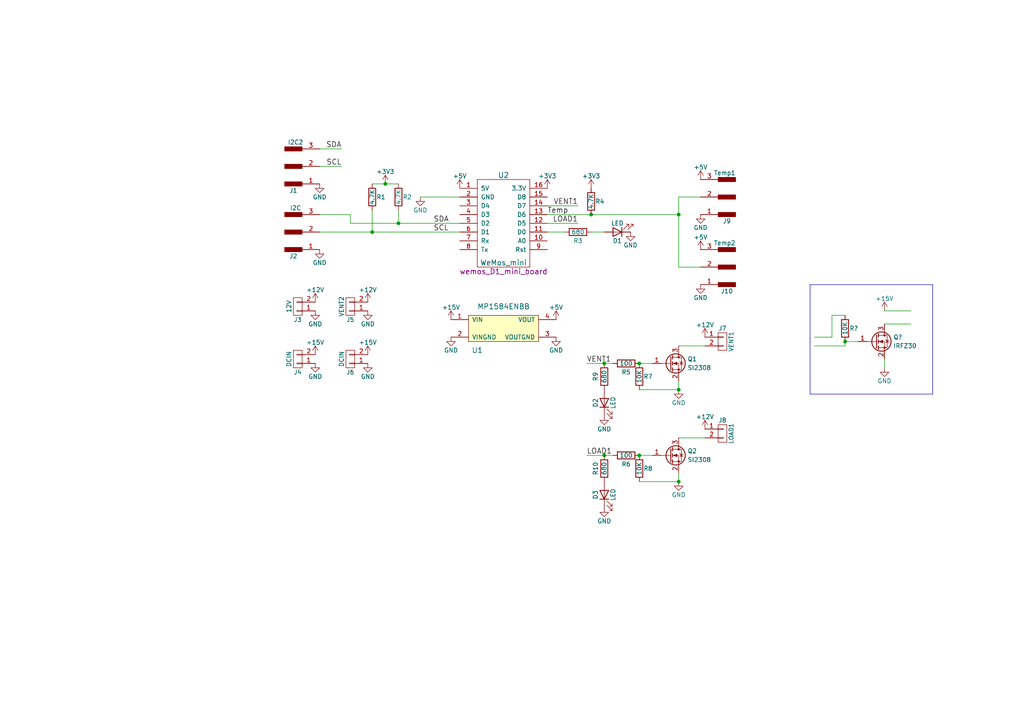
<source format=kicad_sch>
(kicad_sch (version 20230121) (generator eeschema)
  (paper "A4")
  (lib_symbols
    (symbol "ChillerControl-rescue:+3.3V-power" (power) (pin_names (offset 0))
      (property "Value" "+3.3V-power" (at 0 3.556 0))
      (symbol "+3.3V-power_0_1"
        (polyline (pts (xy -0.762 1.27) (xy 0 2.54)))
        (polyline (pts (xy 0 0) (xy 0 2.54)))
        (polyline (pts (xy 0 2.54) (xy 0.762 1.27)))
      )
      (symbol "+3.3V-power_1_1"
        (pin power_in line (at 0 0 90) (length 0) hide (name "+3V3") (number "1"))
      )
    )
    (symbol "ChillerControl-rescue:CONN_01X02" (pin_names (offset 1.016) hide)
      (property "Reference" "J" (at 0 3.81 0))
      (property "Value" "CONN_01X02" (at 2.54 0 90))
      (symbol "CONN_01X02_0_1"
        (rectangle (start -1.27 -1.143) (end 0.254 -1.397))
        (rectangle (start -1.27 1.397) (end 0.254 1.143))
        (rectangle (start -1.27 2.54) (end 1.27 -2.54))
      )
      (symbol "CONN_01X02_1_1"
        (pin passive line (at -5.08 1.27 0) (length 3.81) (name "P1") (number "1"))
        (pin passive line (at -5.08 -1.27 0) (length 3.81) (name "P2") (number "2"))
      )
    )
    (symbol "ChillerControl-rescue:CONN_01X03_MALE" (pin_names (offset 1.016) hide)
      (property "Reference" "J" (at 0 6.985 0))
      (property "Value" "CONN_01X03_MALE" (at 0.635 -6.985 0))
      (symbol "CONN_01X03_MALE_0_1"
        (rectangle (start -2.54 0.635) (end 2.54 -0.635) (fill (type outline)))
        (rectangle (start -2.54 5.715) (end -2.54 5.715))
        (rectangle (start 2.54 -4.445) (end -2.54 -5.715) (fill (type outline)))
        (rectangle (start 2.54 5.715) (end -2.54 4.445) (fill (type outline)))
      )
      (symbol "CONN_01X03_MALE_1_1"
        (pin passive line (at 7.62 5.08 180) (length 5.08) (name "1") (number "1"))
        (pin passive line (at 7.62 0 180) (length 5.08) (name "2") (number "2"))
        (pin passive line (at 7.62 -5.08 180) (length 5.08) (name "3") (number "3"))
      )
    )
    (symbol "ChillerControl-rescue:MP1584ENBB-KiCadCustomLibraries" (pin_names (offset 1.016))
      (property "Reference" "U" (at 0 0 0))
      (property "Value" "KiCadCustomLibraries:MP1584ENBB" (at 7.62 12.7 0))
      (symbol "MP1584ENBB-KiCadCustomLibraries_0_1"
        (rectangle (start -2.54 10.16) (end 17.78 2.54) (fill (type background)))
      )
      (symbol "MP1584ENBB-KiCadCustomLibraries_1_1"
        (pin power_in line (at -7.62 8.89 0) (length 5.08) (name "VIN") (number "1"))
        (pin power_in line (at -7.62 3.81 0) (length 5.08) (name "VINGND") (number "2"))
        (pin power_in line (at 22.86 3.81 180) (length 5.08) (name "VOUTGND") (number "3"))
        (pin power_in line (at 22.86 8.89 180) (length 5.08) (name "VOUT") (number "4"))
      )
    )
    (symbol "ChillerControl-rescue:WeMos_mini-KiCadCustomLibraries" (pin_names (offset 1.016))
      (property "Reference" "U" (at 0 12.7 0))
      (property "Value" "KiCadCustomLibraries:WeMos_mini" (at 0 -12.7 0))
      (symbol "WeMos_mini-KiCadCustomLibraries_0_1"
        (rectangle (start -7.62 11.43) (end 7.62 -13.97))
      )
      (symbol "WeMos_mini-KiCadCustomLibraries_1_1"
        (pin power_in line (at -12.7 8.89 0) (length 5.08) (name "5V") (number "1"))
        (pin bidirectional line (at 12.7 -6.35 180) (length 5.08) (name "A0") (number "10"))
        (pin bidirectional line (at 12.7 -3.81 180) (length 5.08) (name "D0") (number "11"))
        (pin bidirectional line (at 12.7 -1.27 180) (length 5.08) (name "D5") (number "12"))
        (pin bidirectional line (at 12.7 1.27 180) (length 5.08) (name "D6") (number "13"))
        (pin bidirectional line (at 12.7 3.81 180) (length 5.08) (name "D7") (number "14"))
        (pin bidirectional line (at 12.7 6.35 180) (length 5.08) (name "D8") (number "15"))
        (pin power_out line (at 12.7 8.89 180) (length 5.08) (name "3.3V") (number "16"))
        (pin power_in line (at -12.7 6.35 0) (length 5.08) (name "GND") (number "2"))
        (pin bidirectional line (at -12.7 3.81 0) (length 5.08) (name "D4") (number "3"))
        (pin bidirectional line (at -12.7 1.27 0) (length 5.08) (name "D3") (number "4"))
        (pin bidirectional line (at -12.7 -1.27 0) (length 5.08) (name "D2") (number "5"))
        (pin bidirectional line (at -12.7 -3.81 0) (length 5.08) (name "D1") (number "6"))
        (pin bidirectional line (at -12.7 -6.35 0) (length 5.08) (name "Rx") (number "7"))
        (pin bidirectional line (at -12.7 -8.89 0) (length 5.08) (name "Tx") (number "8"))
        (pin bidirectional line (at 12.7 -8.89 180) (length 5.08) (name "Rst") (number "9"))
      )
    )
    (symbol "Device:LED" (pin_numbers hide) (pin_names (offset 1.016) hide)
      (property "Reference" "D" (at 0 2.54 0))
      (property "Value" "LED" (at 0 -2.54 0))
      (symbol "LED_0_1"
        (polyline (pts (xy -1.27 -1.27) (xy -1.27 1.27)) (stroke (width 0.254)))
        (polyline (pts (xy -1.27 0) (xy 1.27 0)))
        (polyline (pts (xy 1.27 -1.27) (xy 1.27 1.27) (xy -1.27 0) (xy 1.27 -1.27)) (stroke (width 0.254)))
        (polyline (pts (xy -3.048 -0.762) (xy -4.572 -2.286) (xy -3.81 -2.286) (xy -4.572 -2.286) (xy -4.572 -1.524)))
        (polyline (pts (xy -1.778 -0.762) (xy -3.302 -2.286) (xy -2.54 -2.286) (xy -3.302 -2.286) (xy -3.302 -1.524)))
      )
      (symbol "LED_1_1"
        (pin passive line (at -3.81 0 0) (length 2.54) (name "K") (number "1"))
        (pin passive line (at 3.81 0 180) (length 2.54) (name "A") (number "2"))
      )
    )
    (symbol "Device:Q_NMOS_GSD" (pin_names (offset 0) hide)
      (property "Reference" "Q" (at 5.08 1.27 0))
      (property "Value" "Q_NMOS_GSD" (at 5.08 -1.27 0))
      (symbol "Q_NMOS_GSD_0_1"
        (polyline (pts (xy 0.254 0) (xy -2.54 0)))
        (polyline (pts (xy 0.254 1.905) (xy 0.254 -1.905)) (stroke (width 0.254)))
        (polyline (pts (xy 0.762 -1.27) (xy 0.762 -2.286)) (stroke (width 0.254)))
        (polyline (pts (xy 0.762 0.508) (xy 0.762 -0.508)) (stroke (width 0.254)))
        (polyline (pts (xy 0.762 2.286) (xy 0.762 1.27)) (stroke (width 0.254)))
        (polyline (pts (xy 2.54 2.54) (xy 2.54 1.778)))
        (polyline (pts (xy 2.54 -2.54) (xy 2.54 0) (xy 0.762 0)))
        (polyline (pts (xy 0.762 -1.778) (xy 3.302 -1.778) (xy 3.302 1.778) (xy 0.762 1.778)))
        (polyline (pts (xy 1.016 0) (xy 2.032 0.381) (xy 2.032 -0.381) (xy 1.016 0)) (fill (type outline)))
        (polyline (pts (xy 2.794 0.508) (xy 2.921 0.381) (xy 3.683 0.381) (xy 3.81 0.254)))
        (polyline (pts (xy 3.302 0.381) (xy 2.921 -0.254) (xy 3.683 -0.254) (xy 3.302 0.381)))
        (circle (center 1.651 0) (radius 2.794) (stroke (width 0.254)))
        (circle (center 2.54 -1.778) (radius 0.254) (fill (type outline)))
        (circle (center 2.54 1.778) (radius 0.254) (fill (type outline)))
      )
      (symbol "Q_NMOS_GSD_1_1"
        (pin input line (at -5.08 0 0) (length 2.54) (name "G") (number "1"))
        (pin passive line (at 2.54 -5.08 90) (length 2.54) (name "S") (number "2"))
        (pin passive line (at 2.54 5.08 270) (length 2.54) (name "D") (number "3"))
      )
    )
    (symbol "Device:R" (pin_numbers hide) (pin_names (offset 0))
      (property "Reference" "R" (at 2.032 0 90))
      (property "Value" "R" (at 0 0 90))
      (symbol "R_0_1"
        (rectangle (start -1.016 -2.54) (end 1.016 2.54) (stroke (width 0.254)))
      )
      (symbol "R_1_1"
        (pin passive line (at 0 3.81 270) (length 1.27) (name "~") (number "1"))
        (pin passive line (at 0 -3.81 90) (length 1.27) (name "~") (number "2"))
      )
    )
    (symbol "power:+12V" (power) (pin_names (offset 0))
      (property "Value" "+12V" (at 0 3.556 0))
      (symbol "+12V_0_1"
        (polyline (pts (xy -0.762 1.27) (xy 0 2.54)))
        (polyline (pts (xy 0 0) (xy 0 2.54)))
        (polyline (pts (xy 0 2.54) (xy 0.762 1.27)))
      )
      (symbol "+12V_1_1"
        (pin power_in line (at 0 0 90) (length 0) hide (name "+12V") (number "1"))
      )
    )
    (symbol "power:+15V" (power) (pin_names (offset 0))
      (property "Value" "+15V" (at 0 3.556 0))
      (symbol "+15V_0_1"
        (polyline (pts (xy -0.762 1.27) (xy 0 2.54)))
        (polyline (pts (xy 0 0) (xy 0 2.54)))
        (polyline (pts (xy 0 2.54) (xy 0.762 1.27)))
      )
      (symbol "+15V_1_1"
        (pin power_in line (at 0 0 90) (length 0) hide (name "+15V") (number "1"))
      )
    )
    (symbol "power:+5V" (power) (pin_names (offset 0))
      (property "Value" "+5V" (at 0 3.556 0))
      (symbol "+5V_0_1"
        (polyline (pts (xy -0.762 1.27) (xy 0 2.54)))
        (polyline (pts (xy 0 0) (xy 0 2.54)))
        (polyline (pts (xy 0 2.54) (xy 0.762 1.27)))
      )
      (symbol "+5V_1_1"
        (pin power_in line (at 0 0 90) (length 0) hide (name "+5V") (number "1"))
      )
    )
    (symbol "power:GND" (power) (pin_names (offset 0))
      (property "Value" "GND" (at 0 -3.81 0))
      (symbol "GND_0_1"
        (polyline (pts (xy 0 0) (xy 0 -1.27) (xy 1.27 -1.27) (xy 0 -2.54) (xy -1.27 -1.27) (xy 0 -1.27)))
      )
      (symbol "GND_1_1"
        (pin power_in line (at 0 0 270) (length 0) hide (name "GND") (number "1"))
      )
    )
  )
  (junction (at 245.11 99.06))
  (junction (at 196.85 62.23))
  (junction (at 185.42 132.08))
  (junction (at 175.26 132.08))
  (junction (at 185.42 105.41))
  (junction (at 196.85 139.7))
  (junction (at 107.95 67.31))
  (junction (at 175.26 105.41))
  (junction (at 111.76 53.34))
  (junction (at 171.45 62.23))
  (junction (at 196.85 113.03))
  (junction (at 115.57 64.77))
  (wire (pts (xy 92.71 62.23) (xy 101.6 62.23)))
  (wire (pts (xy 101.6 62.23) (xy 101.6 64.77)))
  (wire (pts (xy 196.85 62.23) (xy 196.85 77.47)))
  (wire (pts (xy 92.71 67.31) (xy 107.95 67.31)))
  (wire (pts (xy 196.85 139.7) (xy 196.85 137.16)))
  (wire (pts (xy 115.57 64.77) (xy 133.35 64.77)))
  (wire (pts (xy 245.11 91.44) (xy 241.3 91.44)))
  (wire (pts (xy 158.75 67.31) (xy 163.83 67.31)))
  (wire (pts (xy 158.75 64.77) (xy 167.64 64.77)))
  (wire (pts (xy 177.8 105.41) (xy 175.26 105.41)))
  (wire (pts (xy 196.85 57.15) (xy 196.85 62.23)))
  (polyline (pts (xy 234.95 114.3) (xy 270.51 114.3)))
  (wire (pts (xy 185.42 132.08) (xy 189.23 132.08)))
  (wire (pts (xy 196.85 127) (xy 204.47 127)))
  (polyline (pts (xy 270.51 82.55) (xy 234.95 82.55)))
  (wire (pts (xy 107.95 53.34) (xy 111.76 53.34)))
  (polyline (pts (xy 234.95 82.55) (xy 234.95 114.3)))
  (wire (pts (xy 245.11 99.06) (xy 248.92 99.06)))
  (wire (pts (xy 133.35 57.15) (xy 121.92 57.15)))
  (wire (pts (xy 107.95 67.31) (xy 133.35 67.31)))
  (wire (pts (xy 177.8 132.08) (xy 175.26 132.08)))
  (polyline (pts (xy 270.51 114.3) (xy 270.51 82.55)))
  (wire (pts (xy 92.71 48.26) (xy 99.06 48.26)))
  (wire (pts (xy 175.26 105.41) (xy 170.18 105.41)))
  (wire (pts (xy 101.6 64.77) (xy 115.57 64.77)))
  (wire (pts (xy 245.11 100.33) (xy 236.22 100.33)))
  (wire (pts (xy 185.42 113.03) (xy 196.85 113.03)))
  (wire (pts (xy 171.45 62.23) (xy 196.85 62.23)))
  (wire (pts (xy 256.54 104.14) (xy 256.54 106.68)))
  (wire (pts (xy 107.95 67.31) (xy 107.95 60.96)))
  (wire (pts (xy 256.54 90.17) (xy 264.16 90.17)))
  (wire (pts (xy 111.76 53.34) (xy 115.57 53.34)))
  (wire (pts (xy 241.3 97.79) (xy 236.22 97.79)))
  (wire (pts (xy 158.75 59.69) (xy 167.64 59.69)))
  (wire (pts (xy 158.75 62.23) (xy 171.45 62.23)))
  (wire (pts (xy 115.57 64.77) (xy 115.57 60.96)))
  (wire (pts (xy 171.45 67.31) (xy 175.26 67.31)))
  (wire (pts (xy 185.42 105.41) (xy 189.23 105.41)))
  (wire (pts (xy 196.85 57.15) (xy 203.2 57.15)))
  (wire (pts (xy 196.85 100.33) (xy 204.47 100.33)))
  (wire (pts (xy 245.11 99.06) (xy 245.11 100.33)))
  (wire (pts (xy 175.26 132.08) (xy 170.18 132.08)))
  (wire (pts (xy 92.71 43.18) (xy 99.06 43.18)))
  (wire (pts (xy 241.3 91.44) (xy 241.3 97.79)))
  (wire (pts (xy 256.54 93.98) (xy 264.16 93.98)))
  (wire (pts (xy 185.42 139.7) (xy 196.85 139.7)))
  (wire (pts (xy 196.85 77.47) (xy 203.2 77.47)))
  (wire (pts (xy 196.85 113.03) (xy 196.85 110.49)))
  (label "Temp" (at 158.75 62.23 0) (effects (font (size 1.524 1.524))))
  (label "LOAD1" (at 167.64 64.77 180) (effects (font (size 1.524 1.524))))
  (label "VENT1" (at 170.18 105.41 0) (effects (font (size 1.524 1.524))))
  (label "SDA" (at 125.73 64.77 0) (effects (font (size 1.524 1.524))))
  (label "SDA" (at 99.06 43.18 180) (effects (font (size 1.524 1.524))))
  (label "LOAD1" (at 170.18 132.08 0) (effects (font (size 1.524 1.524))))
  (label "VENT1" (at 167.64 59.69 180) (effects (font (size 1.524 1.524))))
  (label "SCL" (at 125.73 67.31 0) (effects (font (size 1.524 1.524))))
  (label "SCL" (at 99.06 48.26 180) (effects (font (size 1.524 1.524))))
  (symbol (lib_id "ChillerControl-rescue:WeMos_mini-KiCadCustomLibraries") (at 146.05 63.5 0) (unit 1)
    (property "Reference" "U2" (at 146.05 50.8 0) (effects (font (size 1.524 1.524))))
    (property "Value" "WeMos_mini" (at 146.05 76.2 0) (effects (font (size 1.524 1.524))))
    (property "Footprint" "wemos_D1_mini_board" (at 146.05 78.74 0) (effects (font (size 1.524 1.524))))
  )
  (symbol (lib_id "ChillerControl-rescue:MP1584ENBB-KiCadCustomLibraries") (at 138.43 101.6 0) (unit 1)
    (property "Reference" "U1" (at 138.43 101.6 0) (effects (font (size 1.524 1.524))))
    (property "Value" "MP1584ENBB" (at 146.05 88.9 0) (effects (font (size 1.524 1.524))))
    (property "Footprint" "KiCadCustomLibs:MP1584_buck_module" (effects hide))
  )
  (symbol (lib_id "Device:R") (at 107.95 57.15 0) (unit 1)
    (property "Reference" "R1" (at 110.49 57.15 0))
    (property "Value" "4.7K" (at 107.95 57.15 90))
    (property "Footprint" "Resistors_SMD:R_0603" (effects hide))
  )
  (symbol (lib_id "Device:R") (at 115.57 57.15 0) (unit 1)
    (property "Reference" "R2" (at 118.11 57.15 0))
    (property "Value" "4.7K" (at 115.57 57.15 90))
    (property "Footprint" "Resistors_SMD:R_0603" (effects hide))
  )
  (symbol (lib_id "ChillerControl-rescue:+3.3V-power") (at 158.75 54.61 0) (unit 1)
    (property "Reference" "#PWR16" (effects hide))
    (property "Value" "+3.3V" (at 158.75 51.054 0))
  )
  (symbol (lib_id "ChillerControl-rescue:+3.3V-power") (at 111.76 53.34 0) (unit 1)
    (property "Reference" "#PWR11" (effects hide))
    (property "Value" "+3.3V" (at 111.76 49.784 0))
  )
  (symbol (lib_id "power:+5V") (at 161.29 92.71 0) (unit 1)
    (property "Reference" "#PWR17" (effects hide))
    (property "Value" "+5V" (at 161.29 89.154 0))
  )
  (symbol (lib_id "power:+5V") (at 133.35 54.61 0) (unit 1)
    (property "Reference" "#PWR15" (effects hide))
    (property "Value" "+5V" (at 133.35 51.054 0))
  )
  (symbol (lib_id "power:GND") (at 161.29 97.79 0) (unit 1)
    (property "Reference" "#PWR18" (effects hide))
    (property "Value" "GND" (at 161.29 101.6 0))
  )
  (symbol (lib_id "power:GND") (at 130.81 97.79 0) (unit 1)
    (property "Reference" "#PWR14" (effects hide))
    (property "Value" "GND" (at 130.81 101.6 0))
  )
  (symbol (lib_id "power:GND") (at 121.92 57.15 0) (unit 1)
    (property "Reference" "#PWR12" (effects hide))
    (property "Value" "GND" (at 121.92 60.96 0))
  )
  (symbol (lib_id "power:+15V") (at 130.81 92.71 0) (unit 1)
    (property "Reference" "#PWR13" (effects hide))
    (property "Value" "+15V" (at 130.81 89.154 0))
  )
  (symbol (lib_id "Device:R") (at 171.45 58.42 0) (unit 1)
    (property "Reference" "R4" (at 173.99 58.42 0))
    (property "Value" "4.7K" (at 171.45 58.42 90))
    (property "Footprint" "Resistors_SMD:R_0603" (effects hide))
  )
  (symbol (lib_id "ChillerControl-rescue:+3.3V-power") (at 171.45 54.61 0) (unit 1)
    (property "Reference" "#PWR19" (effects hide))
    (property "Value" "+3.3V" (at 171.45 51.054 0))
  )
  (symbol (lib_id "ChillerControl-rescue:CONN_01X03_MALE") (at 210.82 57.15 180) (unit 1)
    (property "Reference" "J9" (at 210.82 64.135 0))
    (property "Value" "Temp1" (at 210.185 50.165 0))
    (property "Footprint" "Pin_Headers:Pin_Header_Straight_1x03_Pitch2.54mm" (effects hide))
  )
  (symbol (lib_id "ChillerControl-rescue:CONN_01X03_MALE") (at 210.82 77.47 180) (unit 1)
    (property "Reference" "J10" (at 210.82 84.455 0))
    (property "Value" "Temp2" (at 210.185 70.485 0))
    (property "Footprint" "Pin_Headers:Pin_Header_Straight_1x03_Pitch2.54mm" (effects hide))
  )
  (symbol (lib_id "ChillerControl-rescue:CONN_01X03_MALE") (at 85.09 67.31 0) (mirror x) (unit 1)
    (property "Reference" "J2" (at 85.09 74.295 0))
    (property "Value" "I2C" (at 85.725 60.325 0))
    (property "Footprint" "Pin_Headers:Pin_Header_Straight_1x03_Pitch2.54mm" (effects hide))
  )
  (symbol (lib_id "power:GND") (at 203.2 62.23 0) (unit 1)
    (property "Reference" "#PWR26" (effects hide))
    (property "Value" "GND" (at 203.2 66.04 0))
  )
  (symbol (lib_id "power:GND") (at 203.2 82.55 0) (unit 1)
    (property "Reference" "#PWR28" (effects hide))
    (property "Value" "GND" (at 203.2 86.36 0))
  )
  (symbol (lib_id "power:+5V") (at 203.2 52.07 0) (unit 1)
    (property "Reference" "#PWR25" (effects hide))
    (property "Value" "+5V" (at 203.2 48.514 0))
  )
  (symbol (lib_id "power:+5V") (at 203.2 72.39 0) (unit 1)
    (property "Reference" "#PWR27" (effects hide))
    (property "Value" "+5V" (at 203.2 68.834 0))
  )
  (symbol (lib_id "power:GND") (at 92.71 72.39 0) (unit 1)
    (property "Reference" "#PWR6" (effects hide))
    (property "Value" "GND" (at 92.71 76.2 0))
  )
  (symbol (lib_id "ChillerControl-rescue:CONN_01X02") (at 86.36 88.9 180) (unit 1)
    (property "Reference" "J3" (at 86.36 92.71 0))
    (property "Value" "12V" (at 83.82 88.9 90))
    (property "Footprint" "KiCadCustomLibs:Conn2pin_2.54mm" (effects hide))
  )
  (symbol (lib_id "power:GND") (at 91.44 90.17 0) (unit 1)
    (property "Reference" "#PWR2" (effects hide))
    (property "Value" "GND" (at 91.44 93.98 0))
  )
  (symbol (lib_id "power:+12V") (at 91.44 87.63 0) (unit 1)
    (property "Reference" "#PWR1" (effects hide))
    (property "Value" "+12V" (at 91.44 84.074 0))
  )
  (symbol (lib_id "Device:Q_NMOS_GSD") (at 194.31 105.41 0) (unit 1)
    (property "Reference" "Q1" (at 199.39 104.14 0) (effects (justify left)))
    (property "Value" "SI2308" (at 199.39 106.68 0) (effects (justify left)))
    (property "Footprint" "TO_SOT_Packages_SMD:SOT-23" (effects hide))
  )
  (symbol (lib_id "power:GND") (at 196.85 113.03 0) (unit 1)
    (property "Reference" "#PWR23" (effects hide))
    (property "Value" "GND" (at 196.85 116.84 0))
  )
  (symbol (lib_id "Device:R") (at 185.42 109.22 0) (unit 1)
    (property "Reference" "R7" (at 187.96 109.22 0))
    (property "Value" "10K" (at 185.42 109.22 90))
    (property "Footprint" "Resistors_SMD:R_0603" (effects hide))
  )
  (symbol (lib_id "ChillerControl-rescue:CONN_01X02") (at 209.55 99.06 0) (unit 1)
    (property "Reference" "J7" (at 209.55 95.25 0))
    (property "Value" "VENT1" (at 212.09 99.06 90))
    (property "Footprint" "KiCadCustomLibs:Conn2pin_2.54mm" (effects hide))
  )
  (symbol (lib_id "power:+12V") (at 204.47 97.79 0) (unit 1)
    (property "Reference" "#PWR29" (effects hide))
    (property "Value" "+12V" (at 204.47 94.234 0))
  )
  (symbol (lib_id "Device:Q_NMOS_GSD") (at 194.31 132.08 0) (unit 1)
    (property "Reference" "Q2" (at 199.39 130.81 0) (effects (justify left)))
    (property "Value" "SI2308" (at 199.39 133.35 0) (effects (justify left)))
    (property "Footprint" "TO_SOT_Packages_SMD:SOT-23" (effects hide))
  )
  (symbol (lib_id "power:GND") (at 196.85 139.7 0) (unit 1)
    (property "Reference" "#PWR24" (effects hide))
    (property "Value" "GND" (at 196.85 143.51 0))
  )
  (symbol (lib_id "Device:R") (at 185.42 135.89 0) (unit 1)
    (property "Reference" "R8" (at 187.96 135.89 0))
    (property "Value" "10K" (at 185.42 135.89 90))
    (property "Footprint" "Resistors_SMD:R_0603" (effects hide))
  )
  (symbol (lib_id "ChillerControl-rescue:CONN_01X02") (at 209.55 125.73 0) (unit 1)
    (property "Reference" "J8" (at 209.55 121.92 0))
    (property "Value" "LOAD1" (at 212.09 125.73 90))
    (property "Footprint" "KiCadCustomLibs:Conn2pin_2.54mm" (effects hide))
  )
  (symbol (lib_id "power:+12V") (at 204.47 124.46 0) (unit 1)
    (property "Reference" "#PWR30" (effects hide))
    (property "Value" "+12V" (at 204.47 120.904 0))
  )
  (symbol (lib_id "ChillerControl-rescue:CONN_01X02") (at 101.6 88.9 180) (unit 1)
    (property "Reference" "J5" (at 101.6 92.71 0))
    (property "Value" "VENT2" (at 99.06 88.9 90))
    (property "Footprint" "KiCadCustomLibs:Conn2pin_2.54mm" (effects hide))
  )
  (symbol (lib_id "power:+12V") (at 106.68 87.63 0) (unit 1)
    (property "Reference" "#PWR7" (effects hide))
    (property "Value" "+12V" (at 106.68 84.074 0))
  )
  (symbol (lib_id "power:GND") (at 106.68 90.17 0) (unit 1)
    (property "Reference" "#PWR8" (effects hide))
    (property "Value" "GND" (at 106.68 93.98 0))
  )
  (symbol (lib_id "Device:R") (at 181.61 105.41 270) (unit 1)
    (property "Reference" "R5" (at 181.61 107.95 90))
    (property "Value" "100" (at 181.61 105.41 90))
    (property "Footprint" "Resistors_SMD:R_0603" (effects hide))
  )
  (symbol (lib_id "Device:R") (at 181.61 132.08 270) (unit 1)
    (property "Reference" "R6" (at 181.61 134.62 90))
    (property "Value" "100" (at 181.61 132.08 90))
    (property "Footprint" "Resistors_SMD:R_0603" (effects hide))
  )
  (symbol (lib_id "ChillerControl-rescue:CONN_01X03_MALE") (at 85.09 48.26 0) (mirror x) (unit 1)
    (property "Reference" "J1" (at 85.09 55.245 0))
    (property "Value" "I2C2" (at 85.725 41.275 0))
    (property "Footprint" "Pin_Headers:Pin_Header_Straight_1x03_Pitch2.54mm" (effects hide))
  )
  (symbol (lib_id "power:GND") (at 92.71 53.34 0) (unit 1)
    (property "Reference" "#PWR5" (effects hide))
    (property "Value" "GND" (at 92.71 57.15 0))
  )
  (symbol (lib_id "Device:LED") (at 179.07 67.31 180) (unit 1)
    (property "Reference" "D1" (at 179.07 69.85 0))
    (property "Value" "LED" (at 179.07 64.77 0))
    (property "Footprint" "LEDs:LED_0805" (effects hide))
  )
  (symbol (lib_id "Device:R") (at 167.64 67.31 270) (unit 1)
    (property "Reference" "R3" (at 167.64 69.85 90))
    (property "Value" "680" (at 167.64 67.31 90))
    (property "Footprint" "Resistors_SMD:R_0603" (effects hide))
  )
  (symbol (lib_id "power:GND") (at 182.88 67.31 0) (unit 1)
    (property "Reference" "#PWR22" (effects hide))
    (property "Value" "GND" (at 182.88 71.12 0))
  )
  (symbol (lib_id "ChillerControl-rescue:CONN_01X02") (at 86.36 104.14 180) (unit 1)
    (property "Reference" "J4" (at 86.36 107.95 0))
    (property "Value" "DCIN" (at 83.82 104.14 90))
    (property "Footprint" "KiCadCustomLibs:Conn_Power" (effects hide))
  )
  (symbol (lib_id "power:GND") (at 91.44 105.41 0) (unit 1)
    (property "Reference" "#PWR4" (effects hide))
    (property "Value" "GND" (at 91.44 109.22 0))
  )
  (symbol (lib_id "power:+15V") (at 91.44 102.87 0) (unit 1)
    (property "Reference" "#PWR3" (effects hide))
    (property "Value" "+15V" (at 91.44 99.314 0))
  )
  (symbol (lib_id "ChillerControl-rescue:CONN_01X02") (at 101.6 104.14 180) (unit 1)
    (property "Reference" "J6" (at 101.6 107.95 0))
    (property "Value" "DCIN" (at 99.06 104.14 90))
    (property "Footprint" "KiCadCustomLibs:Conn_Power" (effects hide))
  )
  (symbol (lib_id "power:GND") (at 106.68 105.41 0) (unit 1)
    (property "Reference" "#PWR10" (effects hide))
    (property "Value" "GND" (at 106.68 109.22 0))
  )
  (symbol (lib_id "power:+15V") (at 106.68 102.87 0) (unit 1)
    (property "Reference" "#PWR9" (effects hide))
    (property "Value" "+15V" (at 106.68 99.314 0))
  )
  (symbol (lib_id "Device:LED") (at 175.26 143.51 90) (unit 1)
    (property "Reference" "D3" (at 172.72 143.51 0))
    (property "Value" "LED" (at 177.8 143.51 0))
    (property "Footprint" "LEDs:LED_0805" (effects hide))
  )
  (symbol (lib_id "power:GND") (at 175.26 147.32 0) (unit 1)
    (property "Reference" "#PWR21" (effects hide))
    (property "Value" "GND" (at 175.26 151.13 0))
  )
  (symbol (lib_id "Device:R") (at 175.26 135.89 180) (unit 1)
    (property "Reference" "R10" (at 172.72 135.89 90))
    (property "Value" "680" (at 175.26 135.89 90))
    (property "Footprint" "Resistors_SMD:R_0603" (effects hide))
  )
  (symbol (lib_id "Device:LED") (at 175.26 116.84 90) (unit 1)
    (property "Reference" "D2" (at 172.72 116.84 0))
    (property "Value" "LED" (at 177.8 116.84 0))
    (property "Footprint" "LEDs:LED_0805" (effects hide))
  )
  (symbol (lib_id "Device:R") (at 175.26 109.22 180) (unit 1)
    (property "Reference" "R9" (at 172.72 109.22 90))
    (property "Value" "680" (at 175.26 109.22 90))
    (property "Footprint" "Resistors_SMD:R_0603" (effects hide))
  )
  (symbol (lib_id "power:GND") (at 175.26 120.65 0) (unit 1)
    (property "Reference" "#PWR20" (effects hide))
    (property "Value" "GND" (at 175.26 124.46 0))
  )
  (symbol (lib_id "Device:Q_NMOS_GSD") (at 254 99.06 0) (unit 1)
    (property "Reference" "Q?" (at 259.08 97.79 0) (effects (justify left)))
    (property "Value" "IRFZ30" (at 259.08 100.33 0) (effects (justify left)))
    (property "Footprint" "TO_SOT_Packages_SMD:SOT-23" (effects hide))
  )
  (symbol (lib_id "power:+15V") (at 256.54 90.17 0) (unit 1)
    (property "Reference" "#PWR?" (effects hide))
    (property "Value" "+15V" (at 256.54 86.614 0))
  )
  (symbol (lib_id "power:GND") (at 256.54 106.68 0) (unit 1)
    (property "Reference" "#PWR?" (effects hide))
    (property "Value" "GND" (at 256.54 110.49 0))
  )
  (symbol (lib_id "Device:R") (at 245.11 95.25 0) (unit 1)
    (property "Reference" "R?" (at 247.65 95.25 0))
    (property "Value" "10K" (at 245.11 95.25 90))
    (property "Footprint" "Resistors_SMD:R_0603" (effects hide))
  )
)
</source>
